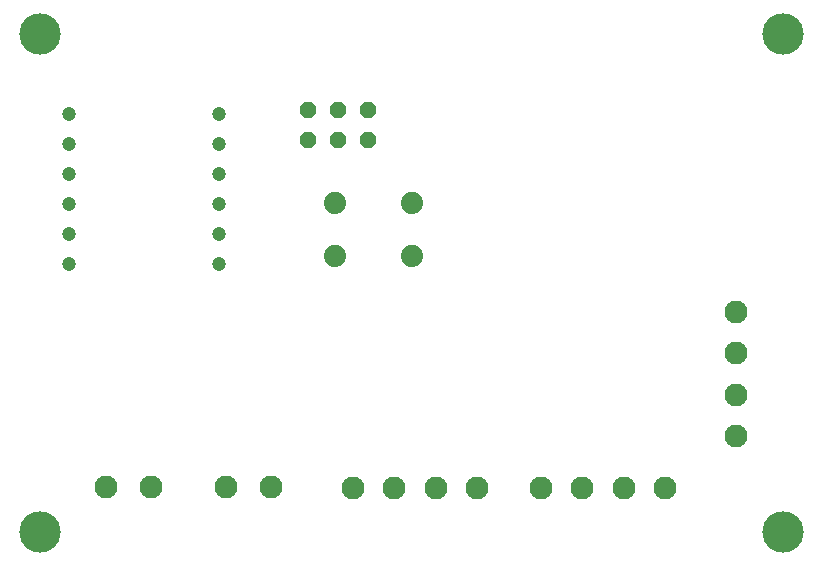
<source format=gbr>
G04 EAGLE Gerber RS-274X export*
G75*
%MOMM*%
%FSLAX34Y34*%
%LPD*%
%INSoldermask Bottom*%
%IPPOS*%
%AMOC8*
5,1,8,0,0,1.08239X$1,22.5*%
G01*
%ADD10C,3.500000*%
%ADD11C,1.200000*%
%ADD12P,1.484606X8X202.500000*%
%ADD13C,1.879600*%
%ADD14C,1.950000*%


D10*
X38100Y38100D03*
X38100Y460000D03*
X666900Y460000D03*
X666900Y38100D03*
D11*
X189300Y392000D03*
X189300Y366600D03*
X189300Y341200D03*
X189300Y315800D03*
X189300Y290400D03*
X189300Y265000D03*
X62300Y392000D03*
X62300Y366600D03*
X62300Y341200D03*
X62300Y315800D03*
X62300Y290400D03*
X62300Y265000D03*
D12*
X315500Y395400D03*
X315500Y370000D03*
X290100Y395400D03*
X290100Y370000D03*
X264700Y395400D03*
X264700Y370000D03*
D13*
X352412Y271594D03*
X287388Y271594D03*
X352412Y316806D03*
X287388Y316806D03*
D14*
X627300Y189100D03*
X627300Y154100D03*
X627300Y224100D03*
X627300Y119100D03*
X372900Y75600D03*
X337900Y75600D03*
X407900Y75600D03*
X302900Y75600D03*
X531900Y75000D03*
X496900Y75000D03*
X566900Y75000D03*
X461900Y75000D03*
X195000Y76200D03*
X233100Y76200D03*
X93400Y76200D03*
X131500Y76200D03*
M02*

</source>
